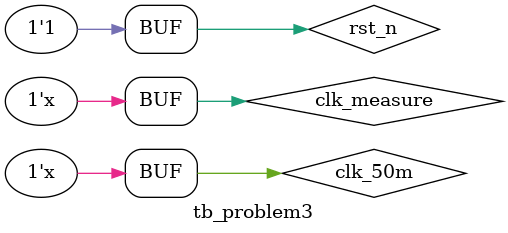
<source format=v>
`timescale 1ns / 1ps


module tb_problem3;

	// Inputs
	reg clk_50m;
	reg clk_measure;
	reg rst_n;

	// Outputs
	wire [13:0] measuring_frequency;
	wire overrange;
	// Instantiate the Unit UnderTest (UUT)
	problem3 uut (
		.clk_50m(clk_50m), 
		.clk_measure(clk_measure), 
		.rst_n(rst_n), 
		.overrange(overrange),
		.measuring_frequency(measuring_frequency)
	);

	initial begin
		// Initialize Inputs
		clk_50m = 0;
		clk_measure = 0;
		rst_n = 0;

		// Wait 100 ns for global reset to finish
		#100;
      rst_n = 1;
		// Add stimulus here

	end
always #10 clk_50m=~clk_50m;

always #50_0000 clk_measure=~clk_measure;//1khz   
   
endmodule


</source>
